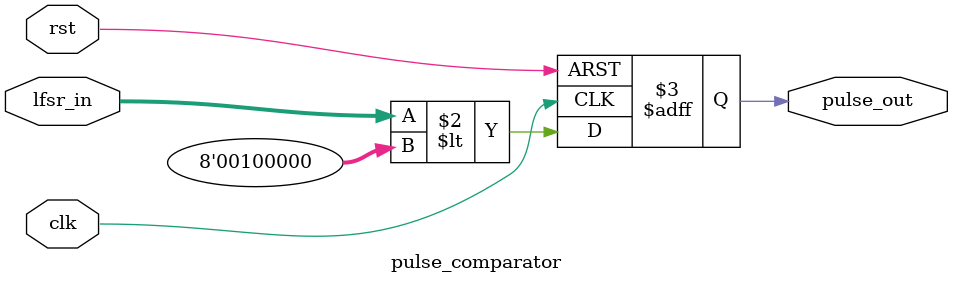
<source format=sv>
module random_pulse #(
    parameter LFSR_WIDTH = 8,
    parameter SEED = 8'h2B,
    parameter THRESHOLD = 8'h20  // 参数化阈值
)(
    input clk,
    input rst,
    output pulse
);
    // 内部信号
    wire [LFSR_WIDTH-1:0] lfsr_value;
    
    // LFSR子模块实例
    lfsr_generator #(
        .WIDTH(LFSR_WIDTH),
        .SEED(SEED)
    ) lfsr_gen (
        .clk(clk),
        .rst(rst),
        .lfsr_out(lfsr_value)
    );
    
    // 脉冲比较器子模块实例
    pulse_comparator #(
        .WIDTH(LFSR_WIDTH),
        .THRESHOLD(THRESHOLD)
    ) pulse_comp (
        .clk(clk),
        .rst(rst),
        .lfsr_in(lfsr_value),
        .pulse_out(pulse)
    );
endmodule

// LFSR生成器子模块
module lfsr_generator #(
    parameter WIDTH = 8,
    parameter SEED = 8'h2B
)(
    input clk,
    input rst,
    output reg [WIDTH-1:0] lfsr_out
);
    // 多项式抽取为参数，适用于8位LFSR
    wire feedback;
    assign feedback = lfsr_out[7] ^ lfsr_out[3] ^ lfsr_out[2] ^ lfsr_out[0];
    
    always @(posedge clk or posedge rst) begin
        if (rst) begin
            lfsr_out <= SEED;
        end else begin
            lfsr_out <= {lfsr_out[WIDTH-2:0], feedback};
        end
    end
endmodule

// 脉冲比较器子模块
module pulse_comparator #(
    parameter WIDTH = 8,
    parameter THRESHOLD = 8'h20
)(
    input clk,
    input rst,
    input [WIDTH-1:0] lfsr_in,
    output reg pulse_out
);
    always @(posedge clk or posedge rst) begin
        if (rst) begin
            pulse_out <= 1'b0;
        end else begin
            pulse_out <= (lfsr_in < THRESHOLD);
        end
    end
endmodule
</source>
